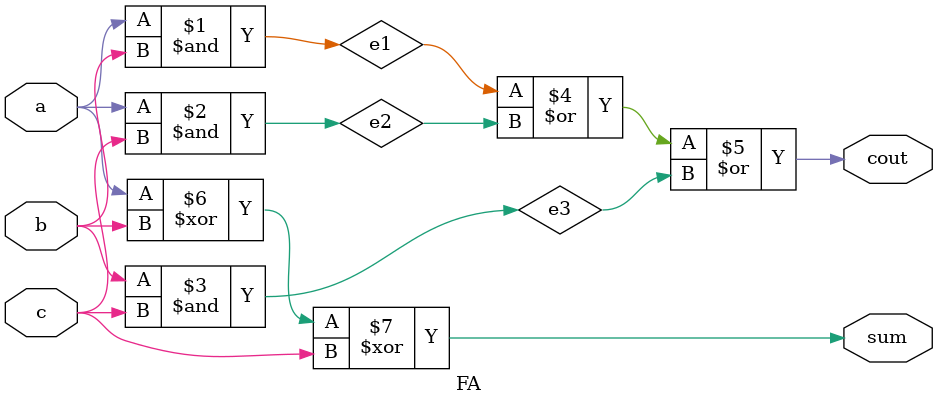
<source format=v>
module FA(a, b, c, cout, sum) ;
  input a, b, c ;
  output cout, sum ;
  
  wire e1, e2, e3 ;
  assign e1 = a & b ;
  assign e2 = a & c ;
  assign e3 = b & c ;
  assign cout = e1 | e2 | e3 ;
  assign sum = a ^ b ^ c ;
  
endmodule

</source>
